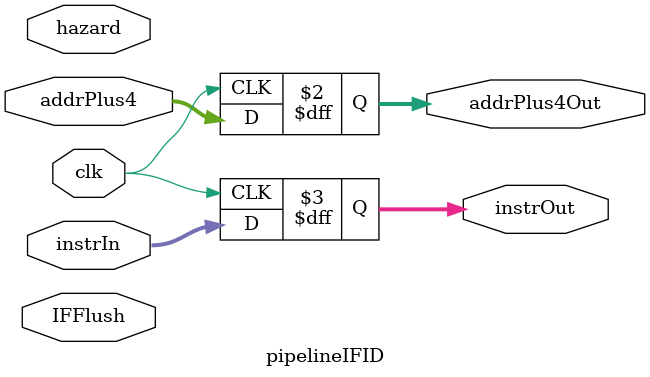
<source format=v>
module pipelineIFID(
input [31:0] addrPlus4,
input [31:0] instrIn,
output reg [31:0] addrPlus4Out,
output reg [31:0] instrOut,
input IFFlush,
input hazard,
input clk
); 

//normal operation
always @ (posedge clk) 
begin 
addrPlus4Out = addrPlus4;
instrOut = instrIn;
end 

//hazard

//flush

endmodule

</source>
